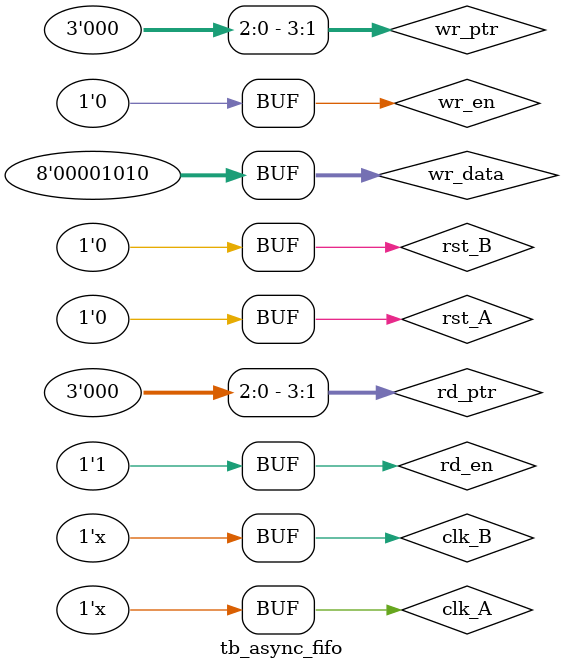
<source format=v>
`timescale 1ns / 1ps

module tb_async_fifo(

    );
    reg clk_A, clk_B, rst_A, rst_B, wr_en, rd_en;
    reg [7:0] wr_data;
    wire [7:0] rd_data;
    wire full, empty;
    wire [3:0] wr_ptr = afifo.wr_ptr, rd_ptr = afifo.rd_ptr;
    
     top_module_fifo afifo (clk_A, clk_B,
                         rst_A, rst_B,
                         wr_en, rd_en,
                         wr_data,
                         rd_data,
                         full, empty );
    initial
        begin
            clk_A = 1'b0; clk_B = 1'b0;
           
        end
        
    always #5 clk_A = ~clk_A;
    always #10 clk_B = ~clk_B;
    
    initial 
        begin
            rst_A = 1'b1; rst_B = 1'b1; #3 rst_A = 1'b0; rst_B= 1'b0;
            #60 wr_en = 1'b1; rd_en = 1'b0;
            #2 wr_data = 8'd1;
            #10 wr_data = 8'd2; //rd_en = 1'b1;
            #10 wr_data = 8'd3; 
            #10 wr_data = 8'd4;//rd_en = 1'b0;
            #10 wr_data = 8'd5;
            #10 wr_data = 8'd6;rd_en = 1'b1;
            #10 wr_data = 8'd7;
            #10 wr_data = 8'd8;//rd_en = 1'b0;
            #10 wr_data = 8'd9;//rd_en = 1'b1;
            #10 wr_data = 8'd10;
            
            #40 wr_en = 1'b0;
            //#10 rd_en = 1'b0;
        end
endmodule

</source>
